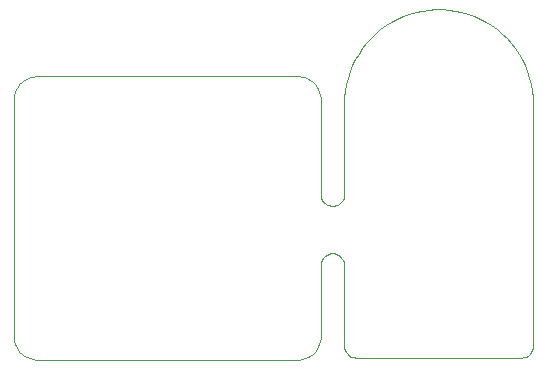
<source format=gm1>
%TF.GenerationSoftware,KiCad,Pcbnew,9.0.0*%
%TF.CreationDate,2025-02-27T10:50:11-06:00*%
%TF.ProjectId,SAO-CR1616,53414f2d-4352-4313-9631-362e6b696361,rev?*%
%TF.SameCoordinates,Original*%
%TF.FileFunction,Profile,NP*%
%FSLAX46Y46*%
G04 Gerber Fmt 4.6, Leading zero omitted, Abs format (unit mm)*
G04 Created by KiCad (PCBNEW 9.0.0) date 2025-02-27 10:50:11*
%MOMM*%
%LPD*%
G01*
G04 APERTURE LIST*
%TA.AperFunction,Profile*%
%ADD10C,0.100000*%
%TD*%
G04 APERTURE END LIST*
D10*
X65985108Y-161836891D02*
X79985108Y-161836891D01*
X78739825Y-134779624D02*
X78338153Y-134391734D01*
X62318692Y-161503680D02*
X62503680Y-161318692D01*
X37206255Y-160884577D02*
X37337061Y-161111140D01*
X37888860Y-138337061D02*
X37681308Y-138496320D01*
X38609819Y-138038429D02*
X38357121Y-138106140D01*
X66200723Y-136097538D02*
X65921527Y-136581118D01*
X37038429Y-139609819D02*
X37000000Y-139869194D01*
X64759809Y-148629670D02*
X64622224Y-148767255D01*
X37000000Y-139869194D02*
X37000000Y-160130806D01*
X80816577Y-161392461D02*
X80908988Y-161219574D01*
X75457242Y-132728440D02*
X74920482Y-132574525D01*
X64089841Y-148987775D02*
X63895267Y-148987775D01*
X67632063Y-134391734D02*
X67230390Y-134779625D01*
X37496320Y-161318692D02*
X37681308Y-161503680D01*
X80985108Y-140336892D02*
X80965620Y-139778839D01*
X61642879Y-161893860D02*
X61884577Y-161793745D01*
X38357121Y-138106140D02*
X38115423Y-138206255D01*
X65429537Y-161668363D02*
X65602424Y-161760771D01*
X62893860Y-160642879D02*
X62961571Y-160390181D01*
X64089841Y-153012225D02*
X64280677Y-153050185D01*
X37206255Y-139115423D02*
X37106140Y-139357121D01*
X61130806Y-138000000D02*
X38869194Y-138000000D01*
X61884577Y-138206255D02*
X61642879Y-138106140D01*
X64280677Y-148949815D02*
X64089841Y-148987775D01*
X80908988Y-161219574D02*
X80965893Y-161031982D01*
X64985108Y-160836892D02*
X65004323Y-161031982D01*
X77458650Y-133704590D02*
X76985107Y-133408689D01*
X68511563Y-133704591D02*
X68059816Y-134032806D01*
X63362884Y-148767255D02*
X63225299Y-148629670D01*
X63225299Y-153370330D02*
X63362884Y-153232745D01*
X62793745Y-139115423D02*
X62662939Y-138888860D01*
X80675201Y-138131794D02*
X80502649Y-137600731D01*
X65153636Y-161392462D02*
X65278000Y-161544000D01*
X64759809Y-153370330D02*
X64867908Y-153532113D01*
X80540678Y-161668362D02*
X80692214Y-161543999D01*
X68985107Y-133408690D02*
X68511563Y-133704591D01*
X71049732Y-132574525D02*
X70512972Y-132728440D01*
X37000000Y-160130806D02*
X37038429Y-160390181D01*
X37337061Y-138888860D02*
X37206255Y-139115423D01*
X80048689Y-136581118D02*
X79769493Y-136097538D01*
X63042739Y-153711877D02*
X63117200Y-153532113D01*
X61642879Y-138106140D02*
X61390181Y-138038429D01*
X65278000Y-161544000D02*
X65429537Y-161668363D01*
X63524667Y-148875354D02*
X63362884Y-148767255D01*
X67230390Y-134779625D02*
X66856750Y-135194591D01*
X62111140Y-138337061D02*
X61884577Y-138206255D01*
X62662939Y-138888860D02*
X62503680Y-138681308D01*
X63895267Y-153012225D02*
X64089841Y-153012225D01*
X65061227Y-161219576D02*
X65153636Y-161392462D01*
X62111140Y-161662939D02*
X62318692Y-161503680D01*
X72148880Y-132380718D02*
X71595923Y-132458430D01*
X61130806Y-162000000D02*
X61390181Y-161961571D01*
X79113464Y-135194592D02*
X78739825Y-134779624D01*
X63895267Y-148987775D02*
X63704431Y-148949815D01*
X64280677Y-153050185D02*
X64460441Y-153124646D01*
X62793745Y-160884577D02*
X62893860Y-160642879D01*
X62662939Y-161111140D02*
X62793745Y-160884577D01*
X63225299Y-148629670D02*
X63117200Y-148467887D01*
X66856750Y-135194591D02*
X66512972Y-135634610D01*
X38869194Y-138000000D02*
X38609819Y-138038429D01*
X38357121Y-161893860D02*
X38609819Y-161961571D01*
X73821336Y-132380718D02*
X73264304Y-132341765D01*
X37106140Y-139357121D02*
X37038429Y-139609819D01*
X79457244Y-135634610D02*
X79113464Y-135194592D01*
X38115423Y-138206255D02*
X37888860Y-138337061D01*
X63000000Y-148097287D02*
X63000000Y-139869194D01*
X80907253Y-139223506D02*
X80810287Y-138673598D01*
X65467567Y-137600731D02*
X65295014Y-138131793D01*
X37681308Y-161503680D02*
X37888860Y-161662939D01*
X80985108Y-160836892D02*
X80985108Y-140336892D01*
X80810287Y-138673598D02*
X80675201Y-138131794D01*
X64985108Y-153902713D02*
X64985108Y-160836892D01*
X64867908Y-148467887D02*
X64759809Y-148629670D01*
X65062963Y-139223506D02*
X65004595Y-139778841D01*
X65004595Y-139778841D02*
X64985108Y-140336892D01*
X80965893Y-161031982D02*
X80985108Y-160836892D01*
X80965620Y-139778839D02*
X80907253Y-139223506D01*
X80293472Y-137082998D02*
X80048689Y-136581118D01*
X65921527Y-136581118D02*
X65676743Y-137083000D01*
X68059816Y-134032806D02*
X67632063Y-134391734D01*
X38609819Y-161961571D02*
X38869194Y-162000000D01*
X64985108Y-148097287D02*
X64942369Y-148288123D01*
X69988253Y-132919421D02*
X69478137Y-133146540D01*
X62318692Y-138496320D02*
X62111140Y-138337061D01*
X65676743Y-137083000D02*
X65467567Y-137600731D01*
X80502649Y-137600731D02*
X80293472Y-137082998D01*
X61884577Y-161793745D02*
X62111140Y-161662939D01*
X64942369Y-148288123D02*
X64867908Y-148467887D01*
X80180197Y-161817678D02*
X80367790Y-161760771D01*
X65159925Y-138673598D02*
X65062963Y-139223506D01*
X63000000Y-160130806D02*
X63000000Y-153902713D01*
X80367790Y-161760771D02*
X80540678Y-161668362D01*
X64622224Y-148767255D02*
X64460441Y-148875354D01*
X38115423Y-161793745D02*
X38357121Y-161893860D01*
X72705910Y-132341765D02*
X72148880Y-132380718D01*
X63524667Y-153124646D02*
X63704431Y-153050185D01*
X37337061Y-161111140D02*
X37496320Y-161318692D01*
X63117200Y-153532113D02*
X63225299Y-153370330D01*
X63704431Y-153050185D02*
X63895267Y-153012225D01*
X65004323Y-161031982D02*
X65061227Y-161219576D01*
X64622224Y-153232745D02*
X64759809Y-153370330D01*
X75981959Y-132919421D02*
X75457242Y-132728440D01*
X62893860Y-139357121D02*
X62793745Y-139115423D01*
X63000000Y-139869194D02*
X62961571Y-139609819D01*
X64985108Y-140336892D02*
X64985108Y-148097287D01*
X61390181Y-138038429D02*
X61130806Y-138000000D01*
X37888860Y-161662939D02*
X38115423Y-161793745D01*
X74374292Y-132458431D02*
X73821336Y-132380718D01*
X77910400Y-134032806D02*
X77458650Y-133704590D01*
X62961571Y-160390181D02*
X63000000Y-160130806D01*
X73264304Y-132341765D02*
X72705910Y-132341765D01*
X63042739Y-148288123D02*
X63000000Y-148097287D01*
X78338153Y-134391734D02*
X77910400Y-134032806D01*
X37496320Y-138681308D02*
X37337061Y-138888860D01*
X63704431Y-148949815D02*
X63524667Y-148875354D01*
X71595923Y-132458430D02*
X71049732Y-132574525D01*
X62503680Y-138681308D02*
X62318692Y-138496320D01*
X38869194Y-162000000D02*
X61130806Y-162000000D01*
X62503680Y-161318692D02*
X62662939Y-161111140D01*
X63362884Y-153232745D02*
X63524667Y-153124646D01*
X37038429Y-160390181D02*
X37106140Y-160642879D01*
X74920482Y-132574525D02*
X74374292Y-132458431D01*
X76985107Y-133408689D02*
X76492076Y-133146539D01*
X66512972Y-135634610D02*
X66200723Y-136097538D01*
X64460441Y-148875354D02*
X64280677Y-148949815D01*
X69478137Y-133146540D02*
X68985107Y-133408690D01*
X65602424Y-161760771D02*
X65790017Y-161817678D01*
X65790017Y-161817678D02*
X65985108Y-161836891D01*
X80692214Y-161543999D02*
X80816577Y-161392461D01*
X76492076Y-133146539D02*
X75981959Y-132919421D01*
X64942369Y-153711877D02*
X64985108Y-153902713D01*
X70512972Y-132728440D02*
X69988253Y-132919421D01*
X37106140Y-160642879D02*
X37206255Y-160884577D01*
X62961571Y-139609819D02*
X62893860Y-139357121D01*
X61390181Y-161961571D02*
X61642879Y-161893860D01*
X65295014Y-138131793D02*
X65159925Y-138673598D01*
X64867908Y-153532113D02*
X64942369Y-153711877D01*
X79769493Y-136097538D02*
X79457244Y-135634610D01*
X64460441Y-153124646D02*
X64622224Y-153232745D01*
X63000000Y-153902713D02*
X63042739Y-153711877D01*
X79985108Y-161836891D02*
X80180197Y-161817678D01*
X37681308Y-138496320D02*
X37496320Y-138681308D01*
X63117200Y-148467887D02*
X63042739Y-148288123D01*
M02*

</source>
